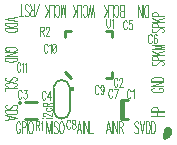
<source format=gto>
G04 DipTrace 2.4.0.2*
%INTAS2521.gto*%
%MOMM*%
%ADD10C,0.25*%
%ADD18C,0.152*%
%ADD29O,0.312X0.377*%
%ADD35O,0.437X0.4*%
%ADD41O,0.723X0.863*%
%ADD65C,0.118*%
%ADD66C,0.111*%
%FSLAX53Y53*%
G04*
G71*
G90*
G75*
G01*
%LNTopSilk*%
%LPD*%
X22171Y13382D2*
D10*
Y14981D1*
X21982Y13382D2*
Y14981D1*
Y13382D2*
X22581D1*
X21982Y14981D2*
X22581D1*
X13865Y14811D2*
X14865D1*
X13865Y13411D2*
X14865D1*
D29*
X13395Y14733D3*
D35*
X17864Y15915D3*
X17720Y16831D2*
D10*
X17219Y17331D1*
Y20331D2*
Y20831D1*
X17720D1*
X20719D2*
X21220D1*
Y20331D1*
X20719Y16831D2*
X21220D1*
Y17331D1*
G36*
X25670Y11587D2*
X26287Y12220D1*
X25804Y12567D1*
X25677Y12410D1*
X25670Y11587D1*
G37*
D41*
X25952Y12282D3*
X25667Y11704D2*
D10*
G03X26184Y12207I-68J586D01*
G01*
X25654Y11727D2*
G02X25714Y12347I970J219D01*
G01*
X17627Y13995D2*
D18*
G02X16277Y13995I-675J80D01*
G01*
Y16070D2*
G02X17627Y16070I675J-80D01*
G01*
X16277Y16032D2*
Y14032D1*
X17627Y16032D2*
Y14032D1*
X22792Y15699D2*
D65*
X22770Y15771D1*
X22726Y15845D1*
X22683Y15881D1*
X22595D1*
X22551Y15845D1*
X22508Y15771D1*
X22486Y15699D1*
X22464Y15589D1*
Y15407D1*
X22486Y15298D1*
X22508Y15225D1*
X22551Y15152D1*
X22595Y15115D1*
X22683D1*
X22726Y15152D1*
X22770Y15225D1*
X22792Y15298D1*
X22933Y15734D2*
X22977Y15771D1*
X23043Y15880D1*
Y15115D1*
X21670Y16696D2*
X21648Y16768D1*
X21604Y16841D1*
X21561Y16878D1*
X21473D1*
X21429Y16841D1*
X21386Y16768D1*
X21364Y16696D1*
X21342Y16586D1*
Y16403D1*
X21364Y16295D1*
X21386Y16221D1*
X21429Y16149D1*
X21473Y16112D1*
X21561D1*
X21604Y16149D1*
X21648Y16221D1*
X21670Y16295D1*
X21833Y16695D2*
Y16731D1*
X21855Y16804D1*
X21877Y16841D1*
X21921Y16877D1*
X22008D1*
X22052Y16841D1*
X22074Y16804D1*
X22096Y16731D1*
Y16659D1*
X22074Y16585D1*
X22030Y16477D1*
X21811Y16112D1*
X22117D1*
X13565Y15679D2*
X13544Y15752D1*
X13500Y15825D1*
X13456Y15861D1*
X13369D1*
X13325Y15825D1*
X13281Y15752D1*
X13259Y15679D1*
X13237Y15570D1*
Y15387D1*
X13259Y15278D1*
X13281Y15205D1*
X13325Y15133D1*
X13369Y15096D1*
X13456D1*
X13500Y15133D1*
X13544Y15205D1*
X13565Y15278D1*
X13751Y15860D2*
X13991D1*
X13860Y15569D1*
X13925D1*
X13969Y15533D1*
X13991Y15497D1*
X14013Y15387D1*
Y15315D1*
X13991Y15205D1*
X13947Y15132D1*
X13882Y15096D1*
X13816D1*
X13751Y15132D1*
X13729Y15169D1*
X13707Y15241D1*
X15604Y15599D2*
X15582Y15671D1*
X15538Y15745D1*
X15495Y15781D1*
X15408D1*
X15364Y15745D1*
X15320Y15671D1*
X15298Y15599D1*
X15276Y15489D1*
Y15307D1*
X15298Y15198D1*
X15320Y15125D1*
X15364Y15052D1*
X15408Y15015D1*
X15495D1*
X15538Y15052D1*
X15582Y15125D1*
X15604Y15198D1*
X15964Y15015D2*
Y15780D1*
X15745Y15270D1*
X16073D1*
X22495Y21551D2*
X22473Y21624D1*
X22429Y21697D1*
X22385Y21733D1*
X22298D1*
X22254Y21697D1*
X22211Y21624D1*
X22188Y21551D1*
X22167Y21442D1*
Y21259D1*
X22188Y21150D1*
X22211Y21077D1*
X22254Y21005D1*
X22298Y20968D1*
X22385D1*
X22429Y21005D1*
X22473Y21077D1*
X22495Y21150D1*
X22898Y21732D2*
X22680D1*
X22658Y21405D1*
X22680Y21441D1*
X22745Y21478D1*
X22811D1*
X22876Y21441D1*
X22920Y21369D1*
X22942Y21259D1*
Y21187D1*
X22920Y21077D1*
X22876Y21004D1*
X22811Y20968D1*
X22745D1*
X22680Y21004D1*
X22658Y21041D1*
X22636Y21113D1*
X24588Y20369D2*
X24566Y20441D1*
X24522Y20514D1*
X24479Y20551D1*
X24391D1*
X24347Y20514D1*
X24304Y20441D1*
X24282Y20369D1*
X24260Y20259D1*
Y20076D1*
X24282Y19968D1*
X24304Y19894D1*
X24347Y19822D1*
X24391Y19785D1*
X24479D1*
X24522Y19822D1*
X24566Y19894D1*
X24588Y19968D1*
X24991Y20441D2*
X24970Y20513D1*
X24904Y20550D1*
X24861D1*
X24795Y20513D1*
X24751Y20404D1*
X24729Y20222D1*
Y20040D1*
X24751Y19894D1*
X24795Y19821D1*
X24861Y19785D1*
X24882D1*
X24948Y19821D1*
X24991Y19894D1*
X25013Y20004D1*
Y20040D1*
X24991Y20150D1*
X24948Y20222D1*
X24882Y20258D1*
X24861D1*
X24795Y20222D1*
X24751Y20150D1*
X24729Y20040D1*
X21239Y15744D2*
X21217Y15817D1*
X21173Y15890D1*
X21129Y15926D1*
X21042D1*
X20998Y15890D1*
X20955Y15817D1*
X20932Y15744D1*
X20911Y15635D1*
Y15452D1*
X20932Y15344D1*
X20955Y15270D1*
X20998Y15198D1*
X21042Y15161D1*
X21129D1*
X21173Y15198D1*
X21217Y15270D1*
X21239Y15344D1*
X21467Y15161D2*
X21686Y15926D1*
X21380D1*
X17685Y13135D2*
X17663Y13207D1*
X17619Y13281D1*
X17576Y13317D1*
X17488D1*
X17444Y13281D1*
X17401Y13207D1*
X17379Y13135D1*
X17357Y13026D1*
Y12843D1*
X17379Y12734D1*
X17401Y12661D1*
X17444Y12588D1*
X17488Y12551D1*
X17576D1*
X17619Y12588D1*
X17663Y12661D1*
X17685Y12734D1*
X17935Y13316D2*
X17870Y13280D1*
X17848Y13207D1*
Y13134D1*
X17870Y13062D1*
X17913Y13025D1*
X18001Y12988D1*
X18067Y12952D1*
X18110Y12879D1*
X18132Y12807D1*
Y12697D1*
X18110Y12625D1*
X18088Y12588D1*
X18023Y12551D1*
X17935D1*
X17870Y12588D1*
X17848Y12625D1*
X17826Y12697D1*
Y12807D1*
X17848Y12879D1*
X17892Y12952D1*
X17957Y12988D1*
X18044Y13025D1*
X18088Y13062D1*
X18110Y13134D1*
Y13207D1*
X18088Y13280D1*
X18023Y13316D1*
X17935D1*
X20083Y16063D2*
X20062Y16135D1*
X20018Y16209D1*
X19974Y16245D1*
X19887D1*
X19843Y16209D1*
X19799Y16135D1*
X19777Y16063D1*
X19755Y15954D1*
Y15771D1*
X19777Y15662D1*
X19799Y15589D1*
X19843Y15516D1*
X19887Y15479D1*
X19974D1*
X20018Y15516D1*
X20062Y15589D1*
X20083Y15662D1*
X20509Y15990D2*
X20487Y15880D1*
X20443Y15807D1*
X20378Y15771D1*
X20356D1*
X20290Y15807D1*
X20247Y15880D1*
X20224Y15990D1*
Y16026D1*
X20247Y16135D1*
X20290Y16208D1*
X20356Y16244D1*
X20378D1*
X20443Y16208D1*
X20487Y16135D1*
X20509Y15990D1*
Y15807D1*
X20487Y15625D1*
X20443Y15516D1*
X20378Y15479D1*
X20334D1*
X20268Y15516D1*
X20247Y15589D1*
X15757Y19571D2*
X15735Y19644D1*
X15691Y19717D1*
X15648Y19753D1*
X15560D1*
X15516Y19717D1*
X15473Y19644D1*
X15451Y19571D1*
X15429Y19462D1*
Y19279D1*
X15451Y19171D1*
X15473Y19097D1*
X15516Y19025D1*
X15560Y18988D1*
X15648D1*
X15691Y19025D1*
X15735Y19097D1*
X15757Y19171D1*
X15898Y19607D2*
X15942Y19644D1*
X16008Y19753D1*
Y18988D1*
X16280Y19753D2*
X16215Y19716D1*
X16171Y19607D1*
X16149Y19425D1*
Y19315D1*
X16171Y19133D1*
X16215Y19024D1*
X16280Y18988D1*
X16324D1*
X16390Y19024D1*
X16433Y19133D1*
X16455Y19315D1*
Y19425D1*
X16433Y19607D1*
X16390Y19716D1*
X16324Y19753D1*
X16280D1*
X16433Y19607D2*
X16171Y19133D1*
X13467Y17973D2*
X13445Y18046D1*
X13401Y18119D1*
X13358Y18155D1*
X13270D1*
X13226Y18119D1*
X13183Y18046D1*
X13161Y17973D1*
X13139Y17864D1*
Y17681D1*
X13161Y17572D1*
X13183Y17499D1*
X13226Y17427D1*
X13270Y17390D1*
X13358D1*
X13401Y17427D1*
X13445Y17499D1*
X13467Y17572D1*
X13608Y18009D2*
X13652Y18046D1*
X13718Y18154D1*
Y17390D1*
X13859Y18009D2*
X13903Y18046D1*
X13968Y18154D1*
Y17390D1*
X14763Y12850D2*
X14959D1*
X15025Y12887D1*
X15047Y12923D1*
X15069Y12996D1*
Y13069D1*
X15047Y13142D1*
X15025Y13179D1*
X14959Y13215D1*
X14763D1*
Y12449D1*
X14916Y12850D2*
X15069Y12449D1*
X15210Y13068D2*
X15254Y13105D1*
X15320Y13214D1*
Y12449D1*
X15142Y20832D2*
X15339D1*
X15404Y20870D1*
X15427Y20906D1*
X15448Y20978D1*
Y21051D1*
X15427Y21124D1*
X15404Y21161D1*
X15339Y21197D1*
X15142D1*
Y20432D1*
X15295Y20832D2*
X15448Y20432D1*
X15612Y21014D2*
Y21051D1*
X15633Y21124D1*
X15655Y21160D1*
X15699Y21196D1*
X15787D1*
X15830Y21160D1*
X15852Y21124D1*
X15874Y21051D1*
Y20978D1*
X15852Y20905D1*
X15808Y20796D1*
X15589Y20432D1*
X15896D1*
X20727Y21859D2*
Y21312D1*
X20749Y21203D1*
X20793Y21130D1*
X20858Y21093D1*
X20902D1*
X20967Y21130D1*
X21011Y21203D1*
X21033Y21312D1*
Y21859D1*
X21174Y21712D2*
X21218Y21749D1*
X21284Y21858D1*
Y21093D1*
X15341Y13414D2*
X15378Y13436D1*
X15341Y13458D1*
X15304Y13436D1*
X15341Y13414D1*
X15597Y13436D2*
X16107D1*
X15524Y13621D2*
X15488D1*
X15415Y13643D1*
X15378Y13665D1*
X15342Y13709D1*
Y13796D1*
X15378Y13840D1*
X15415Y13861D1*
X15488Y13884D1*
X15560D1*
X15634Y13861D1*
X15742Y13818D1*
X16107Y13599D1*
Y13905D1*
X15706Y14309D2*
X15633Y14265D1*
X15597Y14221D1*
Y14156D1*
X15633Y14112D1*
X15706Y14069D1*
X15816Y14047D1*
X15888D1*
X15998Y14069D1*
X16070Y14112D1*
X16107Y14156D1*
Y14221D1*
X16070Y14265D1*
X15998Y14309D1*
X15706Y14450D2*
Y14647D1*
X15669Y14713D1*
X15633Y14735D1*
X15560Y14757D1*
X15487D1*
X15415Y14735D1*
X15378Y14713D1*
X15341Y14647D1*
Y14450D1*
X16107D1*
X15706Y14604D2*
X16107Y14757D1*
X13201Y22036D2*
D66*
X12180Y21841D1*
X13201Y21647D1*
Y21536D2*
X12180D1*
Y21366D1*
X12229Y21293D1*
X12326Y21244D1*
X12423Y21220D1*
X12568Y21196D1*
X12812D1*
X12958Y21220D1*
X13055Y21244D1*
X13152Y21293D1*
X13201Y21366D1*
Y21536D1*
Y21084D2*
X12180D1*
Y20914D1*
X12229Y20841D1*
X12326Y20792D1*
X12423Y20768D1*
X12568Y20744D1*
X12812D1*
X12958Y20768D1*
X13055Y20792D1*
X13152Y20841D1*
X13201Y20914D1*
Y21084D1*
X12924Y19120D2*
X13021Y19144D1*
X13118Y19193D1*
X13167Y19241D1*
Y19339D1*
X13118Y19387D1*
X13021Y19436D1*
X12924Y19460D1*
X12778Y19485D1*
X12534D1*
X12390Y19460D1*
X12292Y19436D1*
X12195Y19387D1*
X12146Y19339D1*
Y19241D1*
X12195Y19193D1*
X12292Y19144D1*
X12390Y19120D1*
X12534D1*
Y19241D1*
X13167Y18669D2*
X12146D1*
X13167Y19009D1*
X12146D1*
X13167Y18558D2*
X12146D1*
Y18387D1*
X12195Y18314D1*
X12292Y18266D1*
X12390Y18241D1*
X12534Y18217D1*
X12778D1*
X12924Y18241D1*
X13021Y18266D1*
X13118Y18314D1*
X13167Y18387D1*
Y18558D1*
X13024Y16589D2*
X13122Y16638D1*
X13170Y16711D1*
Y16808D1*
X13122Y16881D1*
X13024Y16930D1*
X12928D1*
X12830Y16905D1*
X12782Y16881D1*
X12733Y16832D1*
X12636Y16686D1*
X12587Y16638D1*
X12538Y16613D1*
X12441Y16589D1*
X12295D1*
X12199Y16638D1*
X12149Y16711D1*
Y16808D1*
X12199Y16881D1*
X12295Y16930D1*
X12928Y16114D2*
X13024Y16138D1*
X13122Y16187D1*
X13170Y16235D1*
Y16332D1*
X13122Y16381D1*
X13024Y16429D1*
X12928Y16454D1*
X12782Y16478D1*
X12538D1*
X12393Y16454D1*
X12295Y16429D1*
X12199Y16381D1*
X12149Y16332D1*
Y16235D1*
X12199Y16187D1*
X12295Y16138D1*
X12393Y16114D1*
X13170Y16003D2*
X12149D1*
Y15711D1*
X13052Y14232D2*
X13150Y14280D1*
X13198Y14353D1*
Y14450D1*
X13150Y14523D1*
X13052Y14572D1*
X12955D1*
X12858Y14547D1*
X12809Y14523D1*
X12761Y14475D1*
X12663Y14329D1*
X12615Y14280D1*
X12566Y14256D1*
X12469Y14232D1*
X12323D1*
X12226Y14280D1*
X12177Y14353D1*
Y14450D1*
X12226Y14523D1*
X12323Y14572D1*
X13198Y14121D2*
X12177D1*
Y13950D1*
X12226Y13877D1*
X12323Y13829D1*
X12421Y13804D1*
X12566Y13780D1*
X12809D1*
X12955Y13804D1*
X13052Y13829D1*
X13150Y13877D1*
X13198Y13950D1*
Y14121D1*
X12177Y13280D2*
X13198Y13475D1*
X12177Y13669D1*
X12517Y13596D2*
Y13353D1*
X13446Y12952D2*
X13422Y13049D1*
X13373Y13147D1*
X13325Y13195D1*
X13228D1*
X13179Y13147D1*
X13130Y13049D1*
X13106Y12952D1*
X13082Y12806D1*
Y12563D1*
X13106Y12418D1*
X13130Y12320D1*
X13179Y12223D1*
X13228Y12174D1*
X13325D1*
X13373Y12223D1*
X13422Y12320D1*
X13446Y12418D1*
Y12563D1*
X13325D1*
X13557Y12660D2*
X13776D1*
X13849Y12709D1*
X13873Y12758D1*
X13897Y12855D1*
Y13001D1*
X13873Y13097D1*
X13849Y13147D1*
X13776Y13195D1*
X13557D1*
Y12174D1*
X14009Y13195D2*
Y12174D1*
X14266Y13195D2*
X14217Y13147D1*
X14168Y13049D1*
X14144Y12952D1*
X14120Y12806D1*
Y12563D1*
X14144Y12418D1*
X14168Y12320D1*
X14217Y12223D1*
X14266Y12174D1*
X14363D1*
X14411Y12223D1*
X14460Y12320D1*
X14484Y12418D1*
X14508Y12563D1*
Y12806D1*
X14484Y12952D1*
X14460Y13049D1*
X14411Y13147D1*
X14363Y13195D1*
X14266D1*
X16057Y12163D2*
Y13184D1*
X15862Y12163D1*
X15668Y13184D1*
Y12163D1*
X16168Y13184D2*
Y12163D1*
X16619Y13038D2*
X16571Y13136D1*
X16498Y13184D1*
X16401D1*
X16328Y13136D1*
X16279Y13038D1*
Y12941D1*
X16304Y12844D1*
X16328Y12795D1*
X16376Y12747D1*
X16522Y12649D1*
X16571Y12601D1*
X16595Y12552D1*
X16619Y12455D1*
Y12309D1*
X16571Y12212D1*
X16498Y12163D1*
X16401D1*
X16328Y12212D1*
X16279Y12309D1*
X16876Y13184D2*
X16827Y13136D1*
X16779Y13038D1*
X16754Y12941D1*
X16730Y12795D1*
Y12552D1*
X16754Y12407D1*
X16779Y12309D1*
X16827Y12212D1*
X16876Y12163D1*
X16973D1*
X17022Y12212D1*
X17071Y12309D1*
X17095Y12407D1*
X17119Y12552D1*
Y12795D1*
X17095Y12941D1*
X17071Y13038D1*
X17022Y13136D1*
X16973Y13184D1*
X16876D1*
X18615Y12151D2*
X18421Y13172D1*
X18226Y12151D1*
X18299Y12491D2*
X18542D1*
X18726Y13172D2*
Y12151D1*
X19178Y13172D2*
Y12151D1*
X18838Y13172D1*
Y12151D1*
X19289Y13172D2*
Y12151D1*
X19580D1*
X21107Y12166D2*
X20912Y13187D1*
X20717Y12166D1*
X20790Y12507D2*
X21034D1*
X21218Y13187D2*
Y12166D1*
X21669Y13187D2*
Y12166D1*
X21329Y13187D1*
Y12166D1*
X21780Y12701D2*
X21999D1*
X22072Y12750D1*
X22096Y12799D1*
X22120Y12895D1*
Y12993D1*
X22096Y13089D1*
X22072Y13139D1*
X21999Y13187D1*
X21780D1*
Y12166D1*
X21950Y12701D2*
X22120Y12166D1*
X24557Y13587D2*
X25578D1*
X24557Y13928D2*
X25578D1*
X25044Y13587D2*
Y13928D1*
X25092Y14039D2*
Y14258D1*
X25044Y14330D1*
X24994Y14355D1*
X24898Y14379D1*
X24752D1*
X24655Y14355D1*
X24606Y14330D1*
X24557Y14258D1*
Y14039D1*
X25578D1*
X24789Y16012D2*
X24693Y15988D1*
X24595Y15939D1*
X24547Y15891D1*
Y15794D1*
X24595Y15745D1*
X24693Y15697D1*
X24789Y15672D1*
X24935Y15648D1*
X25179D1*
X25324Y15672D1*
X25422Y15697D1*
X25518Y15745D1*
X25568Y15794D1*
Y15891D1*
X25518Y15939D1*
X25422Y15988D1*
X25324Y16012D1*
X25179D1*
Y15891D1*
X24547Y16464D2*
X25568D1*
X24547Y16123D1*
X25568D1*
X24547Y16575D2*
X25568D1*
Y16745D1*
X25518Y16818D1*
X25422Y16867D1*
X25324Y16891D1*
X25179Y16915D1*
X24935D1*
X24789Y16891D1*
X24693Y16867D1*
X24595Y16818D1*
X24547Y16745D1*
Y16575D1*
X24717Y18244D2*
X24619Y18196D1*
X24571Y18123D1*
Y18026D1*
X24619Y17953D1*
X24717Y17904D1*
X24814D1*
X24911Y17929D1*
X24960Y17953D1*
X25008Y18001D1*
X25106Y18147D1*
X25154Y18196D1*
X25203Y18220D1*
X25300Y18244D1*
X25446D1*
X25543Y18196D1*
X25592Y18123D1*
Y18026D1*
X25543Y17953D1*
X25446Y17904D1*
X25106Y18356D2*
Y18575D1*
X25057Y18647D1*
X25008Y18672D1*
X24911Y18696D1*
X24765D1*
X24669Y18672D1*
X24619Y18647D1*
X24571Y18575D1*
Y18356D1*
X25592D1*
X24571Y18807D2*
X25592D1*
X24571Y19147D2*
X25252Y18807D1*
X25008Y18928D2*
X25592Y19147D1*
Y19647D2*
X24571D1*
X25592Y19453D1*
X24571Y19258D1*
X25592D1*
X24722Y21038D2*
X24624Y20990D1*
X24576Y20917D1*
Y20820D1*
X24624Y20747D1*
X24722Y20698D1*
X24818D1*
X24916Y20723D1*
X24964Y20747D1*
X25013Y20795D1*
X25110Y20941D1*
X25159Y20990D1*
X25208Y21014D1*
X25305Y21038D1*
X25451D1*
X25547Y20990D1*
X25597Y20917D1*
Y20820D1*
X25547Y20747D1*
X25451Y20698D1*
X25110Y21149D2*
Y21368D1*
X25062Y21441D1*
X25013Y21466D1*
X24916Y21490D1*
X24770D1*
X24674Y21466D1*
X24624Y21441D1*
X24576Y21368D1*
Y21149D1*
X25597D1*
X24576Y21601D2*
X25597D1*
X24576Y21941D2*
X25256Y21601D1*
X25013Y21722D2*
X25597Y21941D1*
X25110Y22052D2*
Y22271D1*
X25062Y22344D1*
X25013Y22368D1*
X24916Y22393D1*
X24770D1*
X24674Y22368D1*
X24624Y22344D1*
X24576Y22271D1*
Y22052D1*
X25597D1*
X16876Y23054D2*
Y22033D1*
X17071Y23054D1*
X17265Y22033D1*
Y23054D1*
X16401Y22276D2*
X16425Y22179D1*
X16474Y22082D1*
X16522Y22033D1*
X16619D1*
X16668Y22082D1*
X16716Y22179D1*
X16741Y22276D1*
X16765Y22422D1*
Y22666D1*
X16741Y22811D1*
X16716Y22908D1*
X16668Y23005D1*
X16619Y23054D1*
X16522D1*
X16474Y23005D1*
X16425Y22908D1*
X16401Y22811D1*
X16290Y22033D2*
Y23054D1*
X15998D1*
X15887Y22033D2*
Y23054D1*
X15547Y22033D2*
X15887Y22714D1*
X15766Y22470D2*
X15547Y23054D1*
X19704Y22037D2*
X19582Y23058D1*
X19461Y22037D1*
X19340Y23058D1*
X19218Y22037D1*
X18742Y22279D2*
X18767Y22183D1*
X18815Y22085D1*
X18864Y22037D1*
X18961D1*
X19010Y22085D1*
X19058Y22183D1*
X19083Y22279D1*
X19107Y22425D1*
Y22669D1*
X19083Y22814D1*
X19058Y22912D1*
X19010Y23008D1*
X18961Y23058D1*
X18864D1*
X18815Y23008D1*
X18767Y22912D1*
X18742Y22814D1*
X18631Y22037D2*
Y23058D1*
X18340D1*
X18229Y22037D2*
Y23058D1*
X17889Y22037D2*
X18229Y22717D1*
X18108Y22474D2*
X17889Y23058D1*
X24278Y21999D2*
Y23020D1*
X24108D1*
X24035Y22971D1*
X23986Y22874D1*
X23962Y22777D1*
X23937Y22632D1*
Y22388D1*
X23962Y22242D1*
X23986Y22145D1*
X24035Y22048D1*
X24108Y21999D1*
X24278D1*
X23826D2*
Y23020D1*
X23375Y21999D2*
Y23020D1*
X23715Y21999D1*
Y23020D1*
X22208Y22029D2*
Y23050D1*
X21989D1*
X21916Y23001D1*
X21891Y22953D1*
X21867Y22856D1*
Y22710D1*
X21891Y22612D1*
X21916Y22564D1*
X21989Y22516D1*
X21916Y22466D1*
X21891Y22418D1*
X21867Y22321D1*
Y22224D1*
X21891Y22127D1*
X21916Y22078D1*
X21989Y22029D1*
X22208D1*
Y22516D2*
X21989D1*
X21392Y22272D2*
X21416Y22175D1*
X21465Y22078D1*
X21513Y22029D1*
X21610D1*
X21659Y22078D1*
X21707Y22175D1*
X21732Y22272D1*
X21756Y22418D1*
Y22662D1*
X21732Y22807D1*
X21707Y22904D1*
X21659Y23001D1*
X21610Y23050D1*
X21513D1*
X21465Y23001D1*
X21416Y22904D1*
X21392Y22807D1*
X21281Y22029D2*
Y23050D1*
X20989D1*
X20878Y22029D2*
Y23050D1*
X20538Y22029D2*
X20878Y22710D1*
X20757Y22466D2*
X20538Y23050D1*
X15060Y23092D2*
X14720Y22072D1*
X14609Y22558D2*
X14391D1*
X14318Y22508D1*
X14293Y22460D1*
X14269Y22363D1*
Y22266D1*
X14293Y22169D1*
X14318Y22120D1*
X14391Y22071D1*
X14609D1*
Y23092D1*
X14439Y22558D2*
X14269Y23092D1*
X13817Y22217D2*
X13866Y22120D1*
X13939Y22071D1*
X14036D1*
X14109Y22120D1*
X14158Y22217D1*
Y22314D1*
X14133Y22412D1*
X14109Y22460D1*
X14060Y22508D1*
X13914Y22606D1*
X13866Y22654D1*
X13841Y22704D1*
X13817Y22800D1*
Y22946D1*
X13866Y23043D1*
X13939Y23092D1*
X14036D1*
X14109Y23043D1*
X14158Y22946D1*
X13536Y22071D2*
Y23092D1*
X13706Y22071D2*
X13366D1*
X23456Y13038D2*
X23408Y13136D1*
X23335Y13184D1*
X23237D1*
X23164Y13136D1*
X23116Y13038D1*
Y12941D1*
X23140Y12844D1*
X23164Y12795D1*
X23213Y12747D1*
X23359Y12649D1*
X23408Y12601D1*
X23432Y12552D1*
X23456Y12455D1*
Y12309D1*
X23408Y12212D1*
X23335Y12163D1*
X23237D1*
X23164Y12212D1*
X23116Y12309D1*
X23567Y13184D2*
X23761Y12163D1*
X23956Y13184D1*
X24067D2*
Y12163D1*
X24237D1*
X24310Y12212D1*
X24359Y12309D1*
X24383Y12407D1*
X24407Y12552D1*
Y12795D1*
X24383Y12941D1*
X24359Y13038D1*
X24310Y13136D1*
X24237Y13184D1*
X24067D1*
X24518D2*
Y12163D1*
X24688D1*
X24761Y12212D1*
X24810Y12309D1*
X24834Y12407D1*
X24858Y12552D1*
Y12795D1*
X24834Y12941D1*
X24810Y13038D1*
X24761Y13136D1*
X24688Y13184D1*
X24518D1*
M02*

</source>
